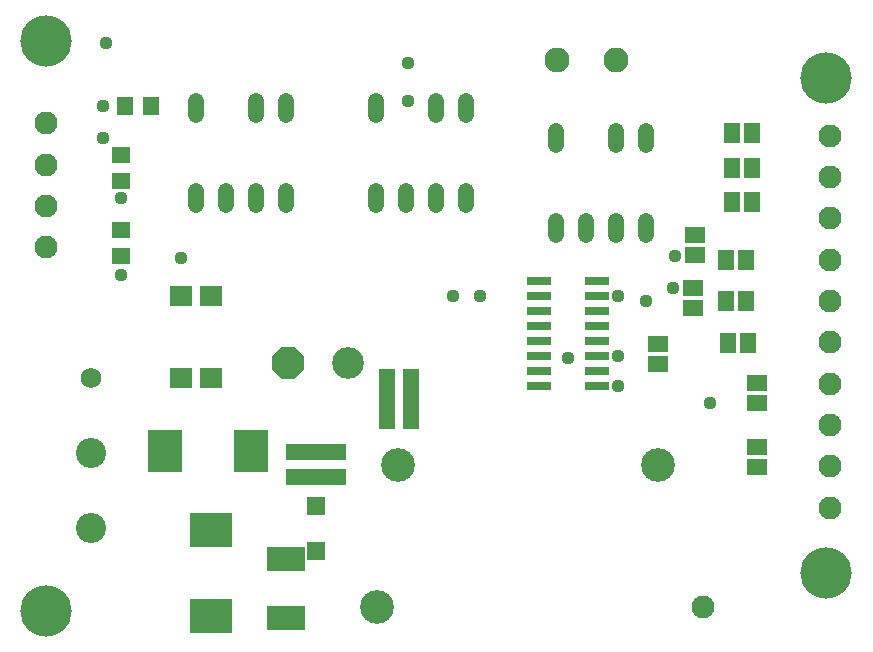
<source format=gts>
G75*
%MOIN*%
%OFA0B0*%
%FSLAX24Y24*%
%IPPOS*%
%LPD*%
%AMOC8*
5,1,8,0,0,1.08239X$1,22.5*
%
%ADD10C,0.1123*%
%ADD11C,0.0769*%
%ADD12R,0.0840X0.0280*%
%ADD13C,0.0532*%
%ADD14R,0.0651X0.0572*%
%ADD15R,0.0572X0.0651*%
%ADD16C,0.0828*%
%ADD17R,0.0611X0.0532*%
%ADD18R,0.0532X0.0611*%
%ADD19R,0.1162X0.1438*%
%ADD20R,0.1438X0.1162*%
%ADD21C,0.1005*%
%ADD22C,0.0690*%
%ADD23R,0.1312X0.0847*%
%ADD24R,0.0611X0.0611*%
%ADD25C,0.1060*%
%ADD26OC8,0.1060*%
%ADD27R,0.2029X0.0572*%
%ADD28R,0.0572X0.2029*%
%ADD29R,0.0761X0.0670*%
%ADD30C,0.1710*%
%ADD31C,0.0440*%
D10*
X014122Y002568D03*
X014831Y007292D03*
X023492Y007292D03*
D11*
X029243Y007245D03*
X029243Y005868D03*
X029243Y008623D03*
X029243Y010001D03*
X029243Y011379D03*
X029243Y012757D03*
X029243Y014135D03*
X029243Y015513D03*
X029243Y016891D03*
X029243Y018269D03*
X024988Y002568D03*
X003118Y014546D03*
X003118Y015924D03*
X003118Y017302D03*
X003118Y018680D03*
D12*
X019523Y013430D03*
X019523Y012930D03*
X019523Y012430D03*
X019523Y011930D03*
X019523Y011430D03*
X019523Y010930D03*
X019523Y010430D03*
X019523Y009930D03*
X021463Y009930D03*
X021463Y010430D03*
X021463Y010930D03*
X021463Y011430D03*
X021463Y011930D03*
X021463Y012430D03*
X021463Y012930D03*
X021463Y013430D03*
D13*
X021118Y014944D02*
X021118Y015416D01*
X022118Y015416D02*
X022118Y014944D01*
X023118Y014944D02*
X023118Y015416D01*
X020118Y015416D02*
X020118Y014944D01*
X017118Y015944D02*
X017118Y016416D01*
X016118Y016416D02*
X016118Y015944D01*
X015118Y015944D02*
X015118Y016416D01*
X014118Y016416D02*
X014118Y015944D01*
X011118Y015944D02*
X011118Y016416D01*
X010118Y016416D02*
X010118Y015944D01*
X009118Y015944D02*
X009118Y016416D01*
X008118Y016416D02*
X008118Y015944D01*
X008118Y018944D02*
X008118Y019416D01*
X010118Y019416D02*
X010118Y018944D01*
X011118Y018944D02*
X011118Y019416D01*
X014118Y019416D02*
X014118Y018944D01*
X016118Y018944D02*
X016118Y019416D01*
X017118Y019416D02*
X017118Y018944D01*
X020118Y018416D02*
X020118Y017944D01*
X022118Y017944D02*
X022118Y018416D01*
X023118Y018416D02*
X023118Y017944D01*
D14*
X024743Y014952D03*
X024743Y014283D03*
X024680Y013202D03*
X024680Y012533D03*
X023493Y011327D03*
X023493Y010658D03*
X026805Y010015D03*
X026805Y009345D03*
X026805Y007890D03*
X026805Y007220D03*
D15*
X026515Y011368D03*
X025845Y011368D03*
X025783Y012743D03*
X026452Y012743D03*
X026452Y014118D03*
X025783Y014118D03*
X025970Y016055D03*
X026640Y016055D03*
X026640Y017180D03*
X025970Y017180D03*
X025970Y018368D03*
X026640Y018368D03*
D16*
X022118Y020805D03*
X020149Y020805D03*
D17*
X005618Y017613D03*
X005618Y016747D03*
X005618Y015113D03*
X005618Y014247D03*
D18*
X005747Y019243D03*
X006613Y019243D03*
D19*
X007055Y007743D03*
X009930Y007743D03*
D20*
X008618Y005117D03*
X008618Y002243D03*
D21*
X004618Y005180D03*
X004618Y007680D03*
D22*
X004618Y010180D03*
D23*
X011118Y004164D03*
X011118Y002196D03*
D24*
X012118Y004432D03*
X012118Y005928D03*
D25*
X013180Y010680D03*
D26*
X011180Y010680D03*
D27*
X012118Y007709D03*
X012118Y006901D03*
D28*
X014464Y009493D03*
X015271Y009493D03*
D29*
X008618Y010177D03*
X007618Y010177D03*
X007618Y012933D03*
X008618Y012933D03*
D30*
X003118Y002430D03*
X003118Y021430D03*
X029118Y020180D03*
X029118Y003680D03*
D31*
X025243Y009368D03*
X022180Y009930D03*
X022180Y010930D03*
X020493Y010868D03*
X023118Y012743D03*
X022180Y012930D03*
X023993Y013180D03*
X024055Y014243D03*
X017555Y012930D03*
X016680Y012930D03*
X015180Y019430D03*
X015180Y020680D03*
X007618Y014180D03*
X005618Y013618D03*
X005618Y016180D03*
X004993Y018180D03*
X004993Y019243D03*
X005118Y021368D03*
M02*

</source>
